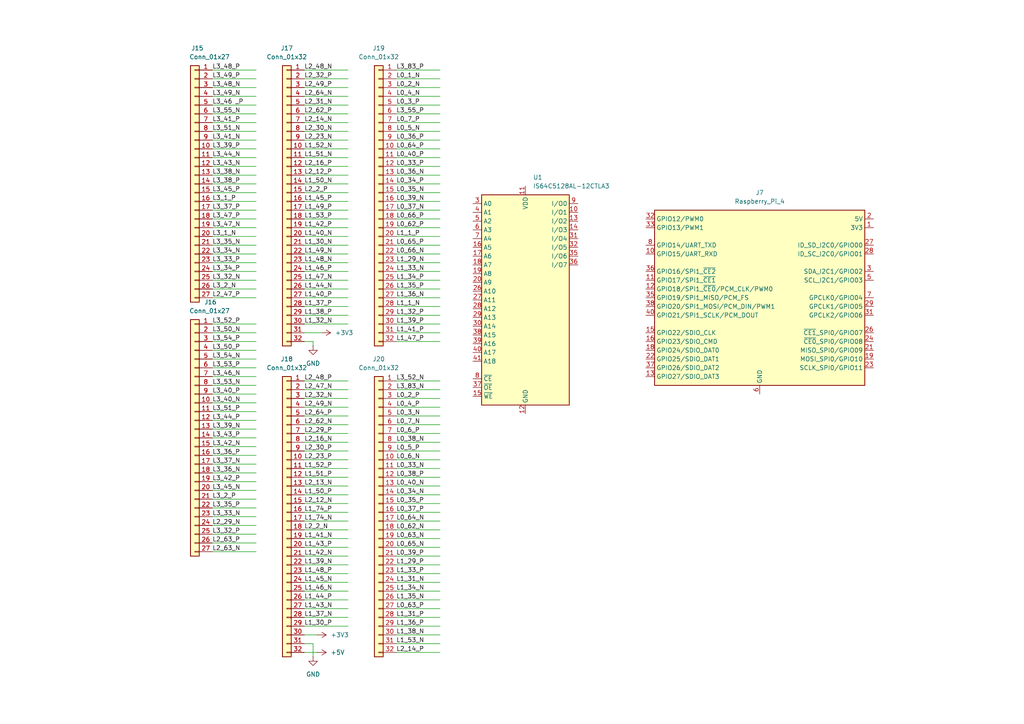
<source format=kicad_sch>
(kicad_sch (version 20231120) (generator "eeschema") (generator_version "8.0")
  (paper "A4")
  (lib_symbols
    (symbol "Connector:Raspberry_Pi_4"
      (property "Reference" "J" (at -17.526 48.768 0))
      (property "Value" "Raspberry_Pi_4" (at 15.748 -26.416 0))
      (symbol "Raspberry_Pi_4_0_1"
        (rectangle (start -30.48 25.4) (end 30.48 -25.4) (stroke (width 0.254)) (fill (type background)))
      )
      (symbol "Raspberry_Pi_4_1_1"
        (pin power_out line (at 33.02 20.32 180) (length 2.54) (name "3V3") (number "1"))
        (pin bidirectional line (at -33.02 12.7 0) (length 2.54) (name "GPIO15/UART_RXD") (number "10"))
        (pin bidirectional line (at -33.02 5.08 0) (length 2.54) (name "GPIO17/SPI1_~{CE1}") (number "11"))
        (pin bidirectional line (at -33.02 2.54 0) (length 2.54) (name "GPIO18/SPI1_~{CE0}/PCM_CLK/PWM0") (number "12"))
        (pin bidirectional line (at -33.02 -22.86 0) (length 2.54) (name "GPIO27/SDIO_DAT3") (number "13"))
        (pin passive line (at 0 -27.94 90) (length 2.54) hide (name "GND") (number "14"))
        (pin bidirectional line (at -33.02 -10.16 0) (length 2.54) (name "GPIO22/SDIO_CLK") (number "15"))
        (pin bidirectional line (at -33.02 -12.7 0) (length 2.54) (name "GPIO23/SDIO_CMD") (number "16"))
        (pin passive line (at 33.02 20.32 180) (length 2.54) hide (name "3V3") (number "17"))
        (pin bidirectional line (at -33.02 -15.24 0) (length 2.54) (name "GPIO24/SDIO_DAT0") (number "18"))
        (pin bidirectional line (at 33.02 -17.78 180) (length 2.54) (name "MOSI_SPI0/GPIO10") (number "19"))
        (pin power_out line (at 33.02 22.86 180) (length 2.54) (name "5V") (number "2"))
        (pin passive line (at 0 -27.94 90) (length 2.54) hide (name "GND") (number "20"))
        (pin bidirectional line (at 33.02 -15.24 180) (length 2.54) (name "MISO_SPI0/GPIO09") (number "21"))
        (pin bidirectional line (at -33.02 -17.78 0) (length 2.54) (name "GPIO25/SDIO_DAT1") (number "22"))
        (pin bidirectional line (at 33.02 -20.32 180) (length 2.54) (name "SCLK_SPI0/GPIO11") (number "23"))
        (pin bidirectional line (at 33.02 -12.7 180) (length 2.54) (name "~{CE0}_SPI0/GPIO08") (number "24"))
        (pin passive line (at 0 -27.94 90) (length 2.54) hide (name "GND") (number "25"))
        (pin bidirectional line (at 33.02 -10.16 180) (length 2.54) (name "~{CE1}_SPI0/GPIO07") (number "26"))
        (pin bidirectional line (at 33.02 15.24 180) (length 2.54) (name "ID_SD_I2C0/GPIO00") (number "27"))
        (pin bidirectional line (at 33.02 12.7 180) (length 2.54) (name "ID_SC_I2C0/GPIO01") (number "28"))
        (pin bidirectional line (at 33.02 -2.54 180) (length 2.54) (name "GPCLK1/GPIO05") (number "29"))
        (pin bidirectional line (at 33.02 7.62 180) (length 2.54) (name "SDA_I2C1/GPIO02") (number "3"))
        (pin passive line (at 0 -27.94 90) (length 2.54) hide (name "GND") (number "30"))
        (pin bidirectional line (at 33.02 -5.08 180) (length 2.54) (name "GPCLK2/GPIO06") (number "31"))
        (pin bidirectional line (at -33.02 22.86 0) (length 2.54) (name "GPIO12/PWM0") (number "32"))
        (pin bidirectional line (at -33.02 20.32 0) (length 2.54) (name "GPIO13/PWM1") (number "33"))
        (pin passive line (at 0 -27.94 90) (length 2.54) hide (name "GND") (number "34"))
        (pin bidirectional line (at -33.02 0 0) (length 2.54) (name "GPIO19/SPI1_MISO/PCM_FS") (number "35"))
        (pin bidirectional line (at -33.02 7.62 0) (length 2.54) (name "GPIO16/SPI1_~{CE2}") (number "36"))
        (pin bidirectional line (at -33.02 -20.32 0) (length 2.54) (name "GPIO26/SDIO_DAT2") (number "37"))
        (pin bidirectional line (at -33.02 -2.54 0) (length 2.54) (name "GPIO20/SPI1_MOSI/PCM_DIN/PWM1") (number "38"))
        (pin passive line (at 0 -27.94 90) (length 2.54) hide (name "GND") (number "39"))
        (pin passive line (at 33.02 22.86 180) (length 2.54) hide (name "5V") (number "4"))
        (pin bidirectional line (at -33.02 -5.08 0) (length 2.54) (name "GPIO21/SPI1_SCLK/PCM_DOUT") (number "40"))
        (pin bidirectional line (at 33.02 5.08 180) (length 2.54) (name "SCL_I2C1/GPIO03") (number "5"))
        (pin power_out line (at 0 -27.94 90) (length 2.54) (name "GND") (number "6"))
        (pin bidirectional line (at 33.02 0 180) (length 2.54) (name "GPCLK0/GPIO04") (number "7"))
        (pin bidirectional line (at -33.02 15.24 0) (length 2.54) (name "GPIO14/UART_TXD") (number "8"))
        (pin passive line (at 0 -27.94 90) (length 2.54) hide (name "GND") (number "9"))
      )
    )
    (symbol "Connector_Generic:Conn_01x27" (pin_names (offset 1.016) hide)
      (property "Reference" "J" (at 0 35.56 0))
      (property "Value" "Conn_01x27" (at 0 -35.56 0))
      (symbol "Conn_01x27_1_1"
        (rectangle (start -1.27 -32.893) (end 0 -33.147) (stroke (width 0.1524)))
        (rectangle (start -1.27 -30.353) (end 0 -30.607) (stroke (width 0.1524)))
        (rectangle (start -1.27 -27.813) (end 0 -28.067) (stroke (width 0.1524)))
        (rectangle (start -1.27 -25.273) (end 0 -25.527) (stroke (width 0.1524)))
        (rectangle (start -1.27 -22.733) (end 0 -22.987) (stroke (width 0.1524)))
        (rectangle (start -1.27 -20.193) (end 0 -20.447) (stroke (width 0.1524)))
        (rectangle (start -1.27 -17.653) (end 0 -17.907) (stroke (width 0.1524)))
        (rectangle (start -1.27 -15.113) (end 0 -15.367) (stroke (width 0.1524)))
        (rectangle (start -1.27 -12.573) (end 0 -12.827) (stroke (width 0.1524)))
        (rectangle (start -1.27 -10.033) (end 0 -10.287) (stroke (width 0.1524)))
        (rectangle (start -1.27 -7.493) (end 0 -7.747) (stroke (width 0.1524)))
        (rectangle (start -1.27 -4.953) (end 0 -5.207) (stroke (width 0.1524)))
        (rectangle (start -1.27 -2.413) (end 0 -2.667) (stroke (width 0.1524)))
        (rectangle (start -1.27 0.127) (end 0 -0.127) (stroke (width 0.1524)))
        (rectangle (start -1.27 2.667) (end 0 2.413) (stroke (width 0.1524)))
        (rectangle (start -1.27 5.207) (end 0 4.953) (stroke (width 0.1524)))
        (rectangle (start -1.27 7.747) (end 0 7.493) (stroke (width 0.1524)))
        (rectangle (start -1.27 10.287) (end 0 10.033) (stroke (width 0.1524)))
        (rectangle (start -1.27 12.827) (end 0 12.573) (stroke (width 0.1524)))
        (rectangle (start -1.27 15.367) (end 0 15.113) (stroke (width 0.1524)))
        (rectangle (start -1.27 17.907) (end 0 17.653) (stroke (width 0.1524)))
        (rectangle (start -1.27 20.447) (end 0 20.193) (stroke (width 0.1524)))
        (rectangle (start -1.27 22.987) (end 0 22.733) (stroke (width 0.1524)))
        (rectangle (start -1.27 25.527) (end 0 25.273) (stroke (width 0.1524)))
        (rectangle (start -1.27 28.067) (end 0 27.813) (stroke (width 0.1524)))
        (rectangle (start -1.27 30.607) (end 0 30.353) (stroke (width 0.1524)))
        (rectangle (start -1.27 33.147) (end 0 32.893) (stroke (width 0.1524)))
        (rectangle (start -1.27 34.29) (end 1.27 -34.29) (stroke (width 0.254)) (fill (type background)))
        (pin passive line (at -5.08 33.02 0) (length 3.81) (name "Pin_1") (number "1"))
        (pin passive line (at -5.08 10.16 0) (length 3.81) (name "Pin_10") (number "10"))
        (pin passive line (at -5.08 7.62 0) (length 3.81) (name "Pin_11") (number "11"))
        (pin passive line (at -5.08 5.08 0) (length 3.81) (name "Pin_12") (number "12"))
        (pin passive line (at -5.08 2.54 0) (length 3.81) (name "Pin_13") (number "13"))
        (pin passive line (at -5.08 0 0) (length 3.81) (name "Pin_14") (number "14"))
        (pin passive line (at -5.08 -2.54 0) (length 3.81) (name "Pin_15") (number "15"))
        (pin passive line (at -5.08 -5.08 0) (length 3.81) (name "Pin_16") (number "16"))
        (pin passive line (at -5.08 -7.62 0) (length 3.81) (name "Pin_17") (number "17"))
        (pin passive line (at -5.08 -10.16 0) (length 3.81) (name "Pin_18") (number "18"))
        (pin passive line (at -5.08 -12.7 0) (length 3.81) (name "Pin_19") (number "19"))
        (pin passive line (at -5.08 30.48 0) (length 3.81) (name "Pin_2") (number "2"))
        (pin passive line (at -5.08 -15.24 0) (length 3.81) (name "Pin_20") (number "20"))
        (pin passive line (at -5.08 -17.78 0) (length 3.81) (name "Pin_21") (number "21"))
        (pin passive line (at -5.08 -20.32 0) (length 3.81) (name "Pin_22") (number "22"))
        (pin passive line (at -5.08 -22.86 0) (length 3.81) (name "Pin_23") (number "23"))
        (pin passive line (at -5.08 -25.4 0) (length 3.81) (name "Pin_24") (number "24"))
        (pin passive line (at -5.08 -27.94 0) (length 3.81) (name "Pin_25") (number "25"))
        (pin passive line (at -5.08 -30.48 0) (length 3.81) (name "Pin_26") (number "26"))
        (pin passive line (at -5.08 -33.02 0) (length 3.81) (name "Pin_27") (number "27"))
        (pin passive line (at -5.08 27.94 0) (length 3.81) (name "Pin_3") (number "3"))
        (pin passive line (at -5.08 25.4 0) (length 3.81) (name "Pin_4") (number "4"))
        (pin passive line (at -5.08 22.86 0) (length 3.81) (name "Pin_5") (number "5"))
        (pin passive line (at -5.08 20.32 0) (length 3.81) (name "Pin_6") (number "6"))
        (pin passive line (at -5.08 17.78 0) (length 3.81) (name "Pin_7") (number "7"))
        (pin passive line (at -5.08 15.24 0) (length 3.81) (name "Pin_8") (number "8"))
        (pin passive line (at -5.08 12.7 0) (length 3.81) (name "Pin_9") (number "9"))
      )
    )
    (symbol "Connector_Generic:Conn_01x32" (pin_names (offset 1.016) hide)
      (property "Reference" "J" (at 0 40.64 0))
      (property "Value" "Conn_01x32" (at 0 -43.18 0))
      (symbol "Conn_01x32_1_1"
        (rectangle (start -1.27 -40.513) (end 0 -40.767) (stroke (width 0.1524)))
        (rectangle (start -1.27 -37.973) (end 0 -38.227) (stroke (width 0.1524)))
        (rectangle (start -1.27 -35.433) (end 0 -35.687) (stroke (width 0.1524)))
        (rectangle (start -1.27 -32.893) (end 0 -33.147) (stroke (width 0.1524)))
        (rectangle (start -1.27 -30.353) (end 0 -30.607) (stroke (width 0.1524)))
        (rectangle (start -1.27 -27.813) (end 0 -28.067) (stroke (width 0.1524)))
        (rectangle (start -1.27 -25.273) (end 0 -25.527) (stroke (width 0.1524)))
        (rectangle (start -1.27 -22.733) (end 0 -22.987) (stroke (width 0.1524)))
        (rectangle (start -1.27 -20.193) (end 0 -20.447) (stroke (width 0.1524)))
        (rectangle (start -1.27 -17.653) (end 0 -17.907) (stroke (width 0.1524)))
        (rectangle (start -1.27 -15.113) (end 0 -15.367) (stroke (width 0.1524)))
        (rectangle (start -1.27 -12.573) (end 0 -12.827) (stroke (width 0.1524)))
        (rectangle (start -1.27 -10.033) (end 0 -10.287) (stroke (width 0.1524)))
        (rectangle (start -1.27 -7.493) (end 0 -7.747) (stroke (width 0.1524)))
        (rectangle (start -1.27 -4.953) (end 0 -5.207) (stroke (width 0.1524)))
        (rectangle (start -1.27 -2.413) (end 0 -2.667) (stroke (width 0.1524)))
        (rectangle (start -1.27 0.127) (end 0 -0.127) (stroke (width 0.1524)))
        (rectangle (start -1.27 2.667) (end 0 2.413) (stroke (width 0.1524)))
        (rectangle (start -1.27 5.207) (end 0 4.953) (stroke (width 0.1524)))
        (rectangle (start -1.27 7.747) (end 0 7.493) (stroke (width 0.1524)))
        (rectangle (start -1.27 10.287) (end 0 10.033) (stroke (width 0.1524)))
        (rectangle (start -1.27 12.827) (end 0 12.573) (stroke (width 0.1524)))
        (rectangle (start -1.27 15.367) (end 0 15.113) (stroke (width 0.1524)))
        (rectangle (start -1.27 17.907) (end 0 17.653) (stroke (width 0.1524)))
        (rectangle (start -1.27 20.447) (end 0 20.193) (stroke (width 0.1524)))
        (rectangle (start -1.27 22.987) (end 0 22.733) (stroke (width 0.1524)))
        (rectangle (start -1.27 25.527) (end 0 25.273) (stroke (width 0.1524)))
        (rectangle (start -1.27 28.067) (end 0 27.813) (stroke (width 0.1524)))
        (rectangle (start -1.27 30.607) (end 0 30.353) (stroke (width 0.1524)))
        (rectangle (start -1.27 33.147) (end 0 32.893) (stroke (width 0.1524)))
        (rectangle (start -1.27 35.687) (end 0 35.433) (stroke (width 0.1524)))
        (rectangle (start -1.27 38.227) (end 0 37.973) (stroke (width 0.1524)))
        (rectangle (start -1.27 39.37) (end 1.27 -41.91) (stroke (width 0.254)) (fill (type background)))
        (pin passive line (at -5.08 38.1 0) (length 3.81) (name "Pin_1") (number "1"))
        (pin passive line (at -5.08 15.24 0) (length 3.81) (name "Pin_10") (number "10"))
        (pin passive line (at -5.08 12.7 0) (length 3.81) (name "Pin_11") (number "11"))
        (pin passive line (at -5.08 10.16 0) (length 3.81) (name "Pin_12") (number "12"))
        (pin passive line (at -5.08 7.62 0) (length 3.81) (name "Pin_13") (number "13"))
        (pin passive line (at -5.08 5.08 0) (length 3.81) (name "Pin_14") (number "14"))
        (pin passive line (at -5.08 2.54 0) (length 3.81) (name "Pin_15") (number "15"))
        (pin passive line (at -5.08 0 0) (length 3.81) (name "Pin_16") (number "16"))
        (pin passive line (at -5.08 -2.54 0) (length 3.81) (name "Pin_17") (number "17"))
        (pin passive line (at -5.08 -5.08 0) (length 3.81) (name "Pin_18") (number "18"))
        (pin passive line (at -5.08 -7.62 0) (length 3.81) (name "Pin_19") (number "19"))
        (pin passive line (at -5.08 35.56 0) (length 3.81) (name "Pin_2") (number "2"))
        (pin passive line (at -5.08 -10.16 0) (length 3.81) (name "Pin_20") (number "20"))
        (pin passive line (at -5.08 -12.7 0) (length 3.81) (name "Pin_21") (number "21"))
        (pin passive line (at -5.08 -15.24 0) (length 3.81) (name "Pin_22") (number "22"))
        (pin passive line (at -5.08 -17.78 0) (length 3.81) (name "Pin_23") (number "23"))
        (pin passive line (at -5.08 -20.32 0) (length 3.81) (name "Pin_24") (number "24"))
        (pin passive line (at -5.08 -22.86 0) (length 3.81) (name "Pin_25") (number "25"))
        (pin passive line (at -5.08 -25.4 0) (length 3.81) (name "Pin_26") (number "26"))
        (pin passive line (at -5.08 -27.94 0) (length 3.81) (name "Pin_27") (number "27"))
        (pin passive line (at -5.08 -30.48 0) (length 3.81) (name "Pin_28") (number "28"))
        (pin passive line (at -5.08 -33.02 0) (length 3.81) (name "Pin_29") (number "29"))
        (pin passive line (at -5.08 33.02 0) (length 3.81) (name "Pin_3") (number "3"))
        (pin passive line (at -5.08 -35.56 0) (length 3.81) (name "Pin_30") (number "30"))
        (pin passive line (at -5.08 -38.1 0) (length 3.81) (name "Pin_31") (number "31"))
        (pin passive line (at -5.08 -40.64 0) (length 3.81) (name "Pin_32") (number "32"))
        (pin passive line (at -5.08 30.48 0) (length 3.81) (name "Pin_4") (number "4"))
        (pin passive line (at -5.08 27.94 0) (length 3.81) (name "Pin_5") (number "5"))
        (pin passive line (at -5.08 25.4 0) (length 3.81) (name "Pin_6") (number "6"))
        (pin passive line (at -5.08 22.86 0) (length 3.81) (name "Pin_7") (number "7"))
        (pin passive line (at -5.08 20.32 0) (length 3.81) (name "Pin_8") (number "8"))
        (pin passive line (at -5.08 17.78 0) (length 3.81) (name "Pin_9") (number "9"))
      )
    )
    (symbol "Memory_RAM:IS64C5128AL-12CTLA3"
      (property "Reference" "U" (at -10.16 31.75 0))
      (property "Value" "IS64C5128AL-12CTLA3" (at 12.7 31.75 0))
      (symbol "IS64C5128AL-12CTLA3_0_1"
        (rectangle (start -12.7 30.48) (end 12.7 -30.48) (stroke (width 0.254)) (fill (type background)))
      )
      (symbol "IS64C5128AL-12CTLA3_1_1"
        (pin no_connect line (at 12.7 -27.94 180) (length 2.54) hide (name "NC") (number "1"))
        (pin bidirectional line (at 15.24 25.4 180) (length 2.54) (name "I/O1") (number "10"))
        (pin power_in line (at 0 33.02 270) (length 2.54) (name "VDD") (number "11"))
        (pin power_in line (at 0 -33.02 90) (length 2.54) (name "GND") (number "12"))
        (pin bidirectional line (at 15.24 22.86 180) (length 2.54) (name "I/O2") (number "13"))
        (pin bidirectional line (at 15.24 20.32 180) (length 2.54) (name "I/O3") (number "14"))
        (pin input line (at -15.24 -27.94 0) (length 2.54) (name "~{WE}") (number "15"))
        (pin input line (at -15.24 15.24 0) (length 2.54) (name "A5") (number "16"))
        (pin input line (at -15.24 12.7 0) (length 2.54) (name "A6") (number "17"))
        (pin input line (at -15.24 10.16 0) (length 2.54) (name "A7") (number "18"))
        (pin input line (at -15.24 7.62 0) (length 2.54) (name "A8") (number "19"))
        (pin no_connect line (at 12.7 -25.4 180) (length 2.54) hide (name "NC") (number "2"))
        (pin input line (at -15.24 5.08 0) (length 2.54) (name "A9") (number "20"))
        (pin no_connect line (at 12.7 -22.86 180) (length 2.54) hide (name "NC") (number "21"))
        (pin no_connect line (at 12.7 -20.32 180) (length 2.54) hide (name "NC") (number "22"))
        (pin no_connect line (at 12.7 -17.78 180) (length 2.54) hide (name "NC") (number "23"))
        (pin no_connect line (at 12.7 -15.24 180) (length 2.54) hide (name "NC") (number "24"))
        (pin no_connect line (at 12.7 -12.7 180) (length 2.54) hide (name "NC") (number "25"))
        (pin input line (at -15.24 2.54 0) (length 2.54) (name "A10") (number "26"))
        (pin input line (at -15.24 0 0) (length 2.54) (name "A11") (number "27"))
        (pin input line (at -15.24 -2.54 0) (length 2.54) (name "A12") (number "28"))
        (pin input line (at -15.24 -5.08 0) (length 2.54) (name "A13") (number "29"))
        (pin input line (at -15.24 27.94 0) (length 2.54) (name "A0") (number "3"))
        (pin input line (at -15.24 -7.62 0) (length 2.54) (name "A14") (number "30"))
        (pin bidirectional line (at 15.24 17.78 180) (length 2.54) (name "I/O4") (number "31"))
        (pin bidirectional line (at 15.24 15.24 180) (length 2.54) (name "I/O5") (number "32"))
        (pin passive line (at 0 33.02 270) (length 2.54) hide (name "VDD") (number "33"))
        (pin passive line (at 0 -33.02 90) (length 2.54) hide (name "GND") (number "34"))
        (pin bidirectional line (at 15.24 12.7 180) (length 2.54) (name "I/O6") (number "35"))
        (pin bidirectional line (at 15.24 10.16 180) (length 2.54) (name "I/O7") (number "36"))
        (pin input line (at -15.24 -25.4 0) (length 2.54) (name "~{OE}") (number "37"))
        (pin input line (at -15.24 -10.16 0) (length 2.54) (name "A15") (number "38"))
        (pin input line (at -15.24 -12.7 0) (length 2.54) (name "A16") (number "39"))
        (pin input line (at -15.24 25.4 0) (length 2.54) (name "A1") (number "4"))
        (pin input line (at -15.24 -15.24 0) (length 2.54) (name "A17") (number "40"))
        (pin input line (at -15.24 -17.78 0) (length 2.54) (name "A18") (number "41"))
        (pin no_connect line (at 12.7 -10.16 180) (length 2.54) hide (name "NC") (number "42"))
        (pin no_connect line (at 12.7 -7.62 180) (length 2.54) hide (name "NC") (number "43"))
        (pin no_connect line (at 12.7 -5.08 180) (length 2.54) hide (name "NC") (number "44"))
        (pin input line (at -15.24 22.86 0) (length 2.54) (name "A2") (number "5"))
        (pin input line (at -15.24 20.32 0) (length 2.54) (name "A3") (number "6"))
        (pin input line (at -15.24 17.78 0) (length 2.54) (name "A4") (number "7"))
        (pin input line (at -15.24 -22.86 0) (length 2.54) (name "~{CE}") (number "8"))
        (pin bidirectional line (at 15.24 27.94 180) (length 2.54) (name "I/O0") (number "9"))
      )
    )
    (symbol "power:+3V3" (power) (pin_numbers hide) (pin_names (offset 0) hide)
      (property "Value" "+3V3" (at 0 3.556 0))
      (symbol "+3V3_0_1"
        (polyline (pts (xy -0.762 1.27) (xy 0 2.54)))
        (polyline (pts (xy 0 0) (xy 0 2.54)))
        (polyline (pts (xy 0 2.54) (xy 0.762 1.27)))
      )
      (symbol "+3V3_1_1"
        (pin power_in line (at 0 0 90) (length 0) (name "~") (number "1"))
      )
    )
    (symbol "power:+5V" (power) (pin_numbers hide) (pin_names (offset 0) hide)
      (property "Value" "+5V" (at 0 3.556 0))
      (symbol "+5V_0_1"
        (polyline (pts (xy -0.762 1.27) (xy 0 2.54)))
        (polyline (pts (xy 0 0) (xy 0 2.54)))
        (polyline (pts (xy 0 2.54) (xy 0.762 1.27)))
      )
      (symbol "+5V_1_1"
        (pin power_in line (at 0 0 90) (length 0) (name "~") (number "1"))
      )
    )
    (symbol "power:GND" (power) (pin_numbers hide) (pin_names (offset 0) hide)
      (property "Value" "GND" (at 0 -3.81 0))
      (symbol "GND_0_1"
        (polyline (pts (xy 0 0) (xy 0 -1.27) (xy 1.27 -1.27) (xy 0 -2.54) (xy -1.27 -1.27) (xy 0 -1.27)))
      )
      (symbol "GND_1_1"
        (pin power_in line (at 0 0 270) (length 0) (name "~") (number "1"))
      )
    )
  )
  (wire (pts (xy 88.265 115.57) (xy 100.965 115.57)))
  (wire (pts (xy 61.595 58.42) (xy 74.295 58.42)))
  (wire (pts (xy 88.265 76.2) (xy 100.965 76.2)))
  (wire (pts (xy 114.935 186.69) (xy 127.635 186.69)))
  (wire (pts (xy 61.595 109.22) (xy 74.295 109.22)))
  (wire (pts (xy 88.265 118.11) (xy 100.965 118.11)))
  (wire (pts (xy 88.265 91.44) (xy 100.965 91.44)))
  (wire (pts (xy 61.595 66.04) (xy 74.295 66.04)))
  (wire (pts (xy 88.265 186.69) (xy 90.805 186.69)))
  (wire (pts (xy 61.595 71.12) (xy 74.295 71.12)))
  (wire (pts (xy 61.595 144.78) (xy 74.295 144.78)))
  (wire (pts (xy 88.265 153.67) (xy 100.965 153.67)))
  (wire (pts (xy 61.595 124.46) (xy 74.295 124.46)))
  (wire (pts (xy 61.595 139.7) (xy 74.295 139.7)))
  (wire (pts (xy 114.935 48.26) (xy 127.635 48.26)))
  (wire (pts (xy 88.265 25.4) (xy 100.965 25.4)))
  (wire (pts (xy 114.935 110.49) (xy 127.635 110.49)))
  (wire (pts (xy 61.595 43.18) (xy 74.295 43.18)))
  (wire (pts (xy 114.935 171.45) (xy 127.635 171.45)))
  (wire (pts (xy 88.265 55.88) (xy 100.965 55.88)))
  (wire (pts (xy 114.935 125.73) (xy 127.635 125.73)))
  (wire (pts (xy 61.595 147.32) (xy 74.295 147.32)))
  (wire (pts (xy 61.595 86.36) (xy 74.295 86.36)))
  (wire (pts (xy 114.935 22.86) (xy 127.635 22.86)))
  (wire (pts (xy 114.935 133.35) (xy 127.635 133.35)))
  (wire (pts (xy 61.595 63.5) (xy 74.295 63.5)))
  (wire (pts (xy 114.935 93.98) (xy 127.635 93.98)))
  (wire (pts (xy 88.265 156.21) (xy 100.965 156.21)))
  (wire (pts (xy 114.935 76.2) (xy 127.635 76.2)))
  (wire (pts (xy 61.595 106.68) (xy 74.295 106.68)))
  (wire (pts (xy 61.595 114.3) (xy 74.295 114.3)))
  (wire (pts (xy 61.595 53.34) (xy 74.295 53.34)))
  (wire (pts (xy 88.265 58.42) (xy 100.965 58.42)))
  (wire (pts (xy 61.595 38.1) (xy 74.295 38.1)))
  (wire (pts (xy 88.265 140.97) (xy 100.965 140.97)))
  (wire (pts (xy 88.265 63.5) (xy 100.965 63.5)))
  (wire (pts (xy 114.935 63.5) (xy 127.635 63.5)))
  (wire (pts (xy 61.595 116.84) (xy 74.295 116.84)))
  (wire (pts (xy 61.595 83.82) (xy 74.295 83.82)))
  (wire (pts (xy 114.935 43.18) (xy 127.635 43.18)))
  (wire (pts (xy 88.265 86.36) (xy 100.965 86.36)))
  (wire (pts (xy 114.935 45.72) (xy 127.635 45.72)))
  (wire (pts (xy 114.935 158.75) (xy 127.635 158.75)))
  (wire (pts (xy 114.935 130.81) (xy 127.635 130.81)))
  (wire (pts (xy 88.265 93.98) (xy 100.965 93.98)))
  (wire (pts (xy 88.265 22.86) (xy 100.965 22.86)))
  (wire (pts (xy 88.265 161.29) (xy 100.965 161.29)))
  (wire (pts (xy 61.595 35.56) (xy 74.295 35.56)))
  (wire (pts (xy 88.265 27.94) (xy 100.965 27.94)))
  (wire (pts (xy 61.595 45.72) (xy 74.295 45.72)))
  (wire (pts (xy 88.265 71.12) (xy 100.965 71.12)))
  (wire (pts (xy 88.265 73.66) (xy 100.965 73.66)))
  (wire (pts (xy 114.935 71.12) (xy 127.635 71.12)))
  (wire (pts (xy 88.265 68.58) (xy 100.965 68.58)))
  (wire (pts (xy 90.805 99.06) (xy 90.805 100.33)))
  (wire (pts (xy 114.935 73.66) (xy 127.635 73.66)))
  (wire (pts (xy 114.935 123.19) (xy 127.635 123.19)))
  (wire (pts (xy 114.935 81.28) (xy 127.635 81.28)))
  (wire (pts (xy 114.935 55.88) (xy 127.635 55.88)))
  (wire (pts (xy 114.935 156.21) (xy 127.635 156.21)))
  (wire (pts (xy 90.805 186.69) (xy 90.805 190.5)))
  (wire (pts (xy 114.935 20.32) (xy 127.635 20.32)))
  (wire (pts (xy 88.265 179.07) (xy 100.965 179.07)))
  (wire (pts (xy 88.265 123.19) (xy 100.965 123.19)))
  (wire (pts (xy 61.595 96.52) (xy 74.295 96.52)))
  (wire (pts (xy 114.935 143.51) (xy 127.635 143.51)))
  (wire (pts (xy 61.595 22.86) (xy 74.295 22.86)))
  (wire (pts (xy 61.595 40.64) (xy 74.295 40.64)))
  (wire (pts (xy 114.935 120.65) (xy 127.635 120.65)))
  (wire (pts (xy 88.265 135.89) (xy 100.965 135.89)))
  (wire (pts (xy 61.595 101.6) (xy 74.295 101.6)))
  (wire (pts (xy 88.265 125.73) (xy 100.965 125.73)))
  (wire (pts (xy 61.595 104.14) (xy 74.295 104.14)))
  (wire (pts (xy 88.265 83.82) (xy 100.965 83.82)))
  (wire (pts (xy 61.595 119.38) (xy 74.295 119.38)))
  (wire (pts (xy 114.935 140.97) (xy 127.635 140.97)))
  (wire (pts (xy 114.935 30.48) (xy 127.635 30.48)))
  (wire (pts (xy 114.935 118.11) (xy 127.635 118.11)))
  (wire (pts (xy 88.265 35.56) (xy 100.965 35.56)))
  (wire (pts (xy 61.595 30.48) (xy 74.295 30.48)))
  (wire (pts (xy 114.935 176.53) (xy 127.635 176.53)))
  (wire (pts (xy 114.935 38.1) (xy 127.635 38.1)))
  (wire (pts (xy 88.265 128.27) (xy 100.965 128.27)))
  (wire (pts (xy 88.265 163.83) (xy 100.965 163.83)))
  (wire (pts (xy 88.265 130.81) (xy 100.965 130.81)))
  (wire (pts (xy 114.935 179.07) (xy 127.635 179.07)))
  (wire (pts (xy 88.265 158.75) (xy 100.965 158.75)))
  (wire (pts (xy 114.935 128.27) (xy 127.635 128.27)))
  (wire (pts (xy 61.595 48.26) (xy 74.295 48.26)))
  (wire (pts (xy 61.595 142.24) (xy 74.295 142.24)))
  (wire (pts (xy 114.935 163.83) (xy 127.635 163.83)))
  (wire (pts (xy 61.595 33.02) (xy 74.295 33.02)))
  (wire (pts (xy 114.935 184.15) (xy 127.635 184.15)))
  (wire (pts (xy 114.935 181.61) (xy 127.635 181.61)))
  (wire (pts (xy 88.265 88.9) (xy 100.965 88.9)))
  (wire (pts (xy 88.265 146.05) (xy 100.965 146.05)))
  (wire (pts (xy 88.265 173.99) (xy 100.965 173.99)))
  (wire (pts (xy 61.595 25.4) (xy 74.295 25.4)))
  (wire (pts (xy 61.595 68.58) (xy 74.295 68.58)))
  (wire (pts (xy 88.265 168.91) (xy 100.965 168.91)))
  (wire (pts (xy 88.265 43.18) (xy 100.965 43.18)))
  (wire (pts (xy 114.935 25.4) (xy 127.635 25.4)))
  (wire (pts (xy 114.935 166.37) (xy 127.635 166.37)))
  (wire (pts (xy 114.935 96.52) (xy 127.635 96.52)))
  (wire (pts (xy 114.935 88.9) (xy 127.635 88.9)))
  (wire (pts (xy 114.935 78.74) (xy 127.635 78.74)))
  (wire (pts (xy 114.935 138.43) (xy 127.635 138.43)))
  (wire (pts (xy 61.595 73.66) (xy 74.295 73.66)))
  (wire (pts (xy 61.595 27.94) (xy 74.295 27.94)))
  (wire (pts (xy 88.265 148.59) (xy 100.965 148.59)))
  (wire (pts (xy 88.265 40.64) (xy 100.965 40.64)))
  (wire (pts (xy 114.935 68.58) (xy 127.635 68.58)))
  (wire (pts (xy 114.935 146.05) (xy 127.635 146.05)))
  (wire (pts (xy 114.935 60.96) (xy 127.635 60.96)))
  (wire (pts (xy 61.595 60.96) (xy 74.295 60.96)))
  (wire (pts (xy 114.935 27.94) (xy 127.635 27.94)))
  (wire (pts (xy 61.595 157.48) (xy 74.295 157.48)))
  (wire (pts (xy 114.935 168.91) (xy 127.635 168.91)))
  (wire (pts (xy 88.265 166.37) (xy 100.965 166.37)))
  (wire (pts (xy 61.595 127) (xy 74.295 127)))
  (wire (pts (xy 88.265 120.65) (xy 100.965 120.65)))
  (wire (pts (xy 114.935 40.64) (xy 127.635 40.64)))
  (wire (pts (xy 88.265 33.02) (xy 100.965 33.02)))
  (wire (pts (xy 61.595 55.88) (xy 74.295 55.88)))
  (wire (pts (xy 61.595 152.4) (xy 74.295 152.4)))
  (wire (pts (xy 61.595 76.2) (xy 74.295 76.2)))
  (wire (pts (xy 61.595 20.32) (xy 74.295 20.32)))
  (wire (pts (xy 114.935 99.06) (xy 127.635 99.06)))
  (wire (pts (xy 88.265 99.06) (xy 90.805 99.06)))
  (wire (pts (xy 88.265 133.35) (xy 100.965 133.35)))
  (wire (pts (xy 88.265 110.49) (xy 100.965 110.49)))
  (wire (pts (xy 114.935 86.36) (xy 127.635 86.36)))
  (wire (pts (xy 114.935 148.59) (xy 127.635 148.59)))
  (wire (pts (xy 61.595 132.08) (xy 74.295 132.08)))
  (wire (pts (xy 114.935 189.23) (xy 127.635 189.23)))
  (wire (pts (xy 88.265 176.53) (xy 100.965 176.53)))
  (wire (pts (xy 88.265 48.26) (xy 100.965 48.26)))
  (wire (pts (xy 88.265 45.72) (xy 100.965 45.72)))
  (wire (pts (xy 61.595 137.16) (xy 74.295 137.16)))
  (wire (pts (xy 61.595 99.06) (xy 74.295 99.06)))
  (wire (pts (xy 61.595 129.54) (xy 74.295 129.54)))
  (wire (pts (xy 88.265 50.8) (xy 100.965 50.8)))
  (wire (pts (xy 61.595 154.94) (xy 74.295 154.94)))
  (wire (pts (xy 88.265 53.34) (xy 100.965 53.34)))
  (wire (pts (xy 114.935 33.02) (xy 127.635 33.02)))
  (wire (pts (xy 88.265 184.15) (xy 92.075 184.15)))
  (wire (pts (xy 114.935 153.67) (xy 127.635 153.67)))
  (wire (pts (xy 61.595 121.92) (xy 74.295 121.92)))
  (wire (pts (xy 88.265 171.45) (xy 100.965 171.45)))
  (wire (pts (xy 114.935 35.56) (xy 127.635 35.56)))
  (wire (pts (xy 88.265 181.61) (xy 100.965 181.61)))
  (wire (pts (xy 61.595 160.02) (xy 74.295 160.02)))
  (wire (pts (xy 88.265 60.96) (xy 100.965 60.96)))
  (wire (pts (xy 88.265 113.03) (xy 100.965 113.03)))
  (wire (pts (xy 114.935 135.89) (xy 127.635 135.89)))
  (wire (pts (xy 88.265 30.48) (xy 100.965 30.48)))
  (wire (pts (xy 114.935 91.44) (xy 127.635 91.44)))
  (wire (pts (xy 114.935 58.42) (xy 127.635 58.42)))
  (wire (pts (xy 61.595 78.74) (xy 74.295 78.74)))
  (wire (pts (xy 88.265 189.23) (xy 92.075 189.23)))
  (wire (pts (xy 88.265 151.13) (xy 100.965 151.13)))
  (wire (pts (xy 114.935 161.29) (xy 127.635 161.29)))
  (wire (pts (xy 88.265 20.32) (xy 100.965 20.32)))
  (wire (pts (xy 61.595 50.8) (xy 74.295 50.8)))
  (wire (pts (xy 61.595 81.28) (xy 74.295 81.28)))
  (wire (pts (xy 114.935 53.34) (xy 127.635 53.34)))
  (wire (pts (xy 61.595 111.76) (xy 74.295 111.76)))
  (wire (pts (xy 114.935 113.03) (xy 127.635 113.03)))
  (wire (pts (xy 88.265 66.04) (xy 100.965 66.04)))
  (wire (pts (xy 114.935 115.57) (xy 127.635 115.57)))
  (wire (pts (xy 88.265 143.51) (xy 100.965 143.51)))
  (wire (pts (xy 114.935 173.99) (xy 127.635 173.99)))
  (wire (pts (xy 114.935 66.04) (xy 127.635 66.04)))
  (wire (pts (xy 88.265 81.28) (xy 100.965 81.28)))
  (wire (pts (xy 114.935 151.13) (xy 127.635 151.13)))
  (wire (pts (xy 61.595 134.62) (xy 74.295 134.62)))
  (wire (pts (xy 88.265 78.74) (xy 100.965 78.74)))
  (wire (pts (xy 114.935 50.8) (xy 127.635 50.8)))
  (wire (pts (xy 61.595 149.86) (xy 74.295 149.86)))
  (wire (pts (xy 88.265 96.52) (xy 93.345 96.52)))
  (wire (pts (xy 114.935 83.82) (xy 127.635 83.82)))
  (wire (pts (xy 61.595 93.98) (xy 74.295 93.98)))
  (wire (pts (xy 88.265 38.1) (xy 100.965 38.1)))
  (wire (pts (xy 88.265 138.43) (xy 100.965 138.43)))
  (label "L2_14_P" (at 114.935 189.23 0))
  (label "L0_7_N" (at 114.935 123.19 0))
  (label "L0_40_P" (at 114.935 45.72 0))
  (label "L2_62_N" (at 88.265 123.19 0))
  (label "L1_39_P" (at 114.935 93.98 0))
  (label "L1_45_N" (at 88.265 168.91 0))
  (label "L1_29_N" (at 114.935 76.2 0))
  (label "L1_53_P" (at 88.265 63.5 0))
  (label "L3_48_P" (at 61.595 20.32 0))
  (label "L0_34_N" (at 114.935 143.51 0))
  (label "L3_55_P" (at 114.935 33.02 0))
  (label "L1_51_P" (at 88.265 138.43 0))
  (label "L0_6_N" (at 114.935 133.35 0))
  (label "L3_32_P" (at 61.595 154.94 0))
  (label "L1_30_N" (at 88.265 71.12 0))
  (label "L3_42_P" (at 61.595 139.7 0))
  (label "L0_7_P" (at 114.935 35.56 0))
  (label "L1_42_P" (at 88.265 66.04 0))
  (label "L2_14_N" (at 88.265 35.56 0))
  (label "L2_29_P" (at 88.265 125.73 0))
  (label "L3_2_P" (at 61.595 144.78 0))
  (label "L1_44_N" (at 88.265 83.82 0))
  (label "L1_52_P" (at 88.265 135.89 0))
  (label "L0_33_P" (at 114.935 48.26 0))
  (label "L1_49_P" (at 88.265 60.96 0))
  (label "L1_31_N" (at 114.935 168.91 0))
  (label "L3_43_P" (at 61.595 127 0))
  (label "L2_49_N" (at 88.265 118.11 0))
  (label "L1_49_N" (at 88.265 73.66 0))
  (label "L3_49_P" (at 61.595 22.86 0))
  (label "L1_38_N" (at 114.935 184.15 0))
  (label "L0_40_N" (at 114.935 140.97 0))
  (label "L2_48_P" (at 88.265 110.49 0))
  (label "L0_36_P" (at 114.935 40.64 0))
  (label "L2_29_N" (at 61.595 152.4 0))
  (label "L0_64_P" (at 114.935 43.18 0))
  (label "L2_47_N" (at 88.265 113.03 0))
  (label "L2_63_P" (at 61.595 157.48 0))
  (label "L3_40_P" (at 61.595 114.3 0))
  (label "L0_63_N" (at 114.935 156.21 0))
  (label "L3_54_N" (at 61.595 104.14 0))
  (label "L2_23_P" (at 88.265 133.35 0))
  (label "L3_47_N" (at 61.595 66.04 0))
  (label "L1_52_N" (at 88.265 43.18 0))
  (label "L0_6_P" (at 114.935 125.73 0))
  (label "L2_2_P" (at 88.265 55.88 0))
  (label "L0_4_N" (at 114.935 27.94 0))
  (label "L1_39_N" (at 88.265 163.83 0))
  (label "L2_23_N" (at 88.265 40.64 0))
  (label "L3_52_N" (at 114.935 110.49 0))
  (label "L1_32_N" (at 88.265 93.98 0))
  (label "L3_37_N" (at 61.595 134.62 0))
  (label "L2_12_N" (at 88.265 146.05 0))
  (label "L0_2_N" (at 114.935 25.4 0))
  (label "L3_33_P" (at 61.595 76.2 0))
  (label "L0_66_P" (at 114.935 63.5 0))
  (label "L3_46 _P" (at 61.595 30.48 0))
  (label "L3_55_N" (at 61.595 33.02 0))
  (label "L3_37_P" (at 61.595 60.96 0))
  (label "L2_31_N" (at 88.265 30.48 0))
  (label "L1_34_P" (at 114.935 81.28 0))
  (label "L1_35_N" (at 114.935 173.99 0))
  (label "L3_47_P" (at 61.595 63.5 0))
  (label "L3_51_N" (at 61.595 38.1 0))
  (label "L0_38_P" (at 114.935 138.43 0))
  (label "L0_1_N" (at 114.935 22.86 0))
  (label "L3_43_N" (at 61.595 48.26 0))
  (label "L1_34_N" (at 114.935 171.45 0))
  (label "L0_33_N" (at 114.935 135.89 0))
  (label "L3_50_N" (at 61.595 96.52 0))
  (label "L3_53_P" (at 61.595 106.68 0))
  (label "L1_41_N" (at 88.265 156.21 0))
  (label "L2_16_N" (at 88.265 128.27 0))
  (label "L1_33_P" (at 114.935 166.37 0))
  (label "L3_36_P" (at 61.595 132.08 0))
  (label "L1_43_P" (at 88.265 158.75 0))
  (label "L3_45_P" (at 61.595 55.88 0))
  (label "L0_37_N" (at 114.935 60.96 0))
  (label "L2_16_P" (at 88.265 48.26 0))
  (label "L1_50_N" (at 88.265 53.34 0))
  (label "L0_35_P" (at 114.935 146.05 0))
  (label "L1_41_P" (at 114.935 96.52 0))
  (label "L2_62_P" (at 88.265 33.02 0))
  (label "L0_4_P" (at 114.935 118.11 0))
  (label "L1_74_P" (at 88.265 148.59 0))
  (label "L1_42_N" (at 88.265 161.29 0))
  (label "L1_48_N" (at 88.265 76.2 0))
  (label "L2_12_P" (at 88.265 50.8 0))
  (label "L3_44_P" (at 61.595 121.92 0))
  (label "L3_83_P" (at 114.935 20.32 0))
  (label "L1_36_P" (at 114.935 181.61 0))
  (label "L1_51_N" (at 88.265 45.72 0))
  (label "L1_36_N" (at 114.935 86.36 0))
  (label "L3_36_N" (at 61.595 137.16 0))
  (label "L3_32_N" (at 61.595 81.28 0))
  (label "L0_39_N" (at 114.935 58.42 0))
  (label "L1_53_N" (at 114.935 186.69 0))
  (label "L0_37_P" (at 114.935 148.59 0))
  (label "L0_38_N" (at 114.935 128.27 0))
  (label "L1_40_P" (at 88.265 86.36 0))
  (label "L3_2_N" (at 61.595 83.82 0))
  (label "L0_35_N" (at 114.935 55.88 0))
  (label "L2_64_P" (at 88.265 120.65 0))
  (label "L2_30_N" (at 88.265 38.1 0))
  (label "L0_34_P" (at 114.935 53.34 0))
  (label "L2_47_P" (at 61.595 86.36 0))
  (label "L0_5_N" (at 114.935 38.1 0))
  (label "L3_52_P" (at 61.595 93.98 0))
  (label "L3_48_N" (at 61.595 25.4 0))
  (label "L3_1_N" (at 61.595 68.58 0))
  (label "L2_49_P" (at 88.265 25.4 0))
  (label "L3_39_N" (at 61.595 124.46 0))
  (label "L2_48_N" (at 88.265 20.32 0))
  (label "L1_45_P" (at 88.265 58.42 0))
  (label "L3_34_P" (at 61.595 78.74 0))
  (label "L1_33_N" (at 114.935 78.74 0))
  (label "L1_32_P" (at 114.935 91.44 0))
  (label "L3_35_P" (at 61.595 147.32 0))
  (label "L3_51_P" (at 61.595 119.38 0))
  (label "L3_41_P" (at 61.595 35.56 0))
  (label "L3_42_N" (at 61.595 129.54 0))
  (label "L1_38_P" (at 88.265 91.44 0))
  (label "L0_3_P" (at 114.935 30.48 0))
  (label "L3_45_N" (at 61.595 142.24 0))
  (label "L1_74_N" (at 88.265 151.13 0))
  (label "L0_62_P" (at 114.935 66.04 0))
  (label "L0_65_P" (at 114.935 71.12 0))
  (label "L3_34_N" (at 61.595 73.66 0))
  (label "L1_30_P" (at 88.265 181.61 0))
  (label "L3_33_N" (at 61.595 149.86 0))
  (label "L3_39_P" (at 61.595 43.18 0))
  (label "L3_40_N" (at 61.595 116.84 0))
  (label "L0_3_N" (at 114.935 120.65 0))
  (label "L0_36_N" (at 114.935 50.8 0))
  (label "L1_47_N" (at 88.265 81.28 0))
  (label "L0_64_N" (at 114.935 151.13 0))
  (label "L1_47_P" (at 114.935 99.06 0))
  (label "L2_64_N" (at 88.265 27.94 0))
  (label "L1_50_P" (at 88.265 143.51 0))
  (label "L2_32_N" (at 88.265 115.57 0))
  (label "L0_63_P" (at 114.935 176.53 0))
  (label "L2_13_N" (at 88.265 140.97 0))
  (label "L1_1_P" (at 114.935 68.58 0))
  (label "L1_43_N" (at 88.265 176.53 0))
  (label "L3_44_N" (at 61.595 45.72 0))
  (label "L1_1_N" (at 114.935 88.9 0))
  (label "L2_63_N" (at 61.595 160.02 0))
  (label "L3_1_P" (at 61.595 58.42 0))
  (label "L3_53_N" (at 61.595 111.76 0))
  (label "L1_35_P" (at 114.935 83.82 0))
  (label "L1_44_P" (at 88.265 173.99 0))
  (label "L3_50_P" (at 61.595 101.6 0))
  (label "L3_46_N" (at 61.595 109.22 0))
  (label "L3_38_P" (at 61.595 53.34 0))
  (label "L1_48_P" (at 88.265 166.37 0))
  (label "L1_46_N" (at 88.265 171.45 0))
  (label "L2_32_P" (at 88.265 22.86 0))
  (label "L0_65_N" (at 114.935 158.75 0))
  (label "L1_29_P" (at 114.935 163.83 0))
  (label "L3_49_N" (at 61.595 27.94 0))
  (label "L1_31_P" (at 114.935 179.07 0))
  (label "L3_54_P" (at 61.595 99.06 0))
  (label "L0_62_N" (at 114.935 153.67 0))
  (label "L1_37_P" (at 88.265 88.9 0))
  (label "L2_2_N" (at 88.265 153.67 0))
  (label "L3_38_N" (at 61.595 50.8 0))
  (label "L1_37_N" (at 88.265 179.07 0))
  (label "L0_39_P" (at 114.935 161.29 0))
  (label "L1_46_P" (at 88.265 78.74 0))
  (label "L0_66_N" (at 114.935 73.66 0))
  (label "L3_35_N" (at 61.595 71.12 0))
  (label "L2_30_P" (at 88.265 130.81 0))
  (label "L3_83_N" (at 114.935 113.03 0))
  (label "L3_41_N" (at 61.595 40.64 0))
  (label "L0_2_P" (at 114.935 115.57 0))
  (label "L0_5_P" (at 114.935 130.81 0))
  (label "L1_40_N" (at 88.265 68.58 0))
  (symbol (lib_id "Connector:Raspberry_Pi_4") (at 220.345 86.36 0) (unit 1)
    (property "Reference" "J7" (at 220.345 55.88 0))
    (property "Value" "Raspberry_Pi_4" (at 220.345 58.42 0))
    (property "Footprint" "Module:Raspberry_Pi_Zero_Socketed_THT_FaceDown_MountingHoles" (effects (hide yes)))
    (property "Datasheet" "https://datasheets.raspberrypi.com/rpi4/raspberry-pi-4-datasheet.pdf" (effects (hide yes)))
    (property "Description" "Raspberry Pi 4 Model B" (effects (hide yes)))
  )
  (symbol (lib_id "Memory_RAM:IS64C5128AL-12CTLA3") (at 152.4 86.995 0) (unit 1)
    (property "Reference" "U1" (at 154.5941 51.435 0) (effects (justify left)))
    (property "Value" "IS64C5128AL-12CTLA3" (at 154.5941 53.975 0) (effects (justify left)))
    (property "Footprint" "Package_SO:TSOP-II-44_10.16x18.41mm_P0.8mm" (effects (hide yes)))
    (property "Datasheet" "http://www.issi.com/WW/pdf/61-64C5128AL.pdf" (effects (hide yes)))
    (property "Description" "512K x 8 HIGH-SPEED CMOS STATIC RAM, 12ns, TSOP II-44" (effects (hide yes)))
  )
  (symbol (lib_id "power:GND") (at 90.805 100.33 0) (unit 1)
    (property "Reference" "#PWR027" (effects (hide yes)))
    (property "Value" "GND" (at 90.805 105.41 0))
    (property "Description" "Power symbol creates a global label with name \"GND\" , ground" (effects (hide yes)))
  )
  (symbol (lib_id "Connector_Generic:Conn_01x32") (at 83.185 58.42 0) (mirror y) (unit 1)
    (property "Reference" "J17" (at 83.185 13.97 0))
    (property "Value" "Conn_01x32" (at 83.185 16.51 0))
    (property "Footprint" "Connector_PinHeader_2.00mm:PinHeader_1x32_P2.00mm_Vertical" (effects (hide yes)))
    (property "Description" "Generic connector, single row, 01x32, script generated (kicad-library-utils/schlib/autogen/connector/)" (effects (hide yes)))
  )
  (symbol (lib_id "power:+5V") (at 92.075 189.23 270) (unit 1)
    (property "Reference" "#PWR030" (effects (hide yes)))
    (property "Value" "+5V" (at 95.885 189.2299 90) (effects (justify left)))
    (property "Description" "Power symbol creates a global label with name \"+5V\"" (effects (hide yes)))
  )
  (symbol (lib_id "Connector_Generic:Conn_01x27") (at 56.515 127 0) (mirror y) (unit 1)
    (property "Reference" "J16" (at 62.865 87.63 0) (effects (justify left)))
    (property "Value" "Conn_01x27" (at 66.675 90.17 0) (effects (justify left)))
    (property "Footprint" "Connector_PinHeader_2.00mm:PinHeader_1x27_P2.00mm_Vertical" (effects (hide yes)))
    (property "Description" "Generic connector, single row, 01x27, script generated (kicad-library-utils/schlib/autogen/connector/)" (effects (hide yes)))
  )
  (symbol (lib_id "Connector_Generic:Conn_01x27") (at 56.515 53.34 0) (mirror y) (unit 1)
    (property "Reference" "J15" (at 59.055 13.97 0) (effects (justify left)))
    (property "Value" "Conn_01x27" (at 66.675 16.51 0) (effects (justify left)))
    (property "Footprint" "Connector_PinHeader_2.00mm:PinHeader_1x27_P2.00mm_Vertical" (effects (hide yes)))
    (property "Description" "Generic connector, single row, 01x27, script generated (kicad-library-utils/schlib/autogen/connector/)" (effects (hide yes)))
  )
  (symbol (lib_id "power:GND") (at 90.805 190.5 0) (unit 1)
    (property "Reference" "#PWR028" (effects (hide yes)))
    (property "Value" "GND" (at 90.805 195.58 0))
    (property "Description" "Power symbol creates a global label with name \"GND\" , ground" (effects (hide yes)))
  )
  (symbol (lib_id "power:+3V3") (at 93.345 96.52 270) (unit 1)
    (property "Reference" "#PWR031" (effects (hide yes)))
    (property "Value" "+3V3" (at 97.155 96.5199 90) (effects (justify left)))
    (property "Description" "Power symbol creates a global label with name \"+3V3\"" (effects (hide yes)))
  )
  (symbol (lib_id "power:+3V3") (at 92.075 184.15 270) (unit 1)
    (property "Reference" "#PWR029" (effects (hide yes)))
    (property "Value" "+3V3" (at 95.885 184.1499 90) (effects (justify left)))
    (property "Description" "Power symbol creates a global label with name \"+3V3\"" (effects (hide yes)))
  )
  (symbol (lib_id "Connector_Generic:Conn_01x32") (at 109.855 148.59 0) (mirror y) (unit 1)
    (property "Reference" "J20" (at 109.855 104.14 0))
    (property "Value" "Conn_01x32" (at 109.855 106.68 0))
    (property "Footprint" "Connector_PinHeader_2.00mm:PinHeader_1x32_P2.00mm_Vertical" (effects (hide yes)))
    (property "Description" "Generic connector, single row, 01x32, script generated (kicad-library-utils/schlib/autogen/connector/)" (effects (hide yes)))
  )
  (symbol (lib_id "Connector_Generic:Conn_01x32") (at 83.185 148.59 0) (mirror y) (unit 1)
    (property "Reference" "J18" (at 83.185 104.14 0))
    (property "Value" "Conn_01x32" (at 83.185 106.68 0))
    (property "Footprint" "Connector_PinHeader_2.00mm:PinHeader_1x32_P2.00mm_Vertical" (effects (hide yes)))
    (property "Description" "Generic connector, single row, 01x32, script generated (kicad-library-utils/schlib/autogen/connector/)" (effects (hide yes)))
  )
  (symbol (lib_id "Connector_Generic:Conn_01x32") (at 109.855 58.42 0) (mirror y) (unit 1)
    (property "Reference" "J19" (at 109.855 13.97 0))
    (property "Value" "Conn_01x32" (at 109.855 16.51 0))
    (property "Footprint" "Connector_PinHeader_2.00mm:PinHeader_1x32_P2.00mm_Vertical" (effects (hide yes)))
    (property "Description" "Generic connector, single row, 01x32, script generated (kicad-library-utils/schlib/autogen/connector/)" (effects (hide yes)))
  )
)
</source>
